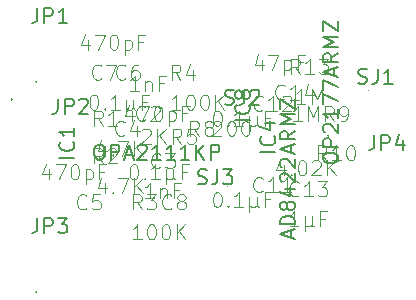
<source format=gbr>
G04 (created by PCBNEW (2013-jul-07)-stable) date Mon 28 Dec 2015 12:37:34 PM PST*
%MOIN*%
G04 Gerber Fmt 3.4, Leading zero omitted, Abs format*
%FSLAX34Y34*%
G01*
G70*
G90*
G04 APERTURE LIST*
%ADD10C,0.00393701*%
%ADD11C,0.004*%
%ADD12C,0.005*%
%ADD13C,3.93701e-08*%
G04 APERTURE END LIST*
G54D10*
G54D11*
X56690Y-39580D02*
X56666Y-39604D01*
X56595Y-39628D01*
X56547Y-39628D01*
X56476Y-39604D01*
X56428Y-39556D01*
X56404Y-39509D01*
X56381Y-39414D01*
X56381Y-39342D01*
X56404Y-39247D01*
X56428Y-39199D01*
X56476Y-39152D01*
X56547Y-39128D01*
X56595Y-39128D01*
X56666Y-39152D01*
X56690Y-39176D01*
X56881Y-39176D02*
X56904Y-39152D01*
X56952Y-39128D01*
X57071Y-39128D01*
X57119Y-39152D01*
X57143Y-39176D01*
X57166Y-39223D01*
X57166Y-39271D01*
X57143Y-39342D01*
X56857Y-39628D01*
X57166Y-39628D01*
X56476Y-38628D02*
X56190Y-38628D01*
X56333Y-38628D02*
X56333Y-38128D01*
X56285Y-38199D01*
X56238Y-38247D01*
X56190Y-38271D01*
X56690Y-38295D02*
X56690Y-38628D01*
X56690Y-38342D02*
X56714Y-38318D01*
X56762Y-38295D01*
X56833Y-38295D01*
X56881Y-38318D01*
X56904Y-38366D01*
X56904Y-38628D01*
X57309Y-38366D02*
X57143Y-38366D01*
X57143Y-38628D02*
X57143Y-38128D01*
X57381Y-38128D01*
X57190Y-41155D02*
X57166Y-41179D01*
X57095Y-41203D01*
X57047Y-41203D01*
X56976Y-41179D01*
X56928Y-41131D01*
X56904Y-41084D01*
X56881Y-40989D01*
X56881Y-40917D01*
X56904Y-40822D01*
X56928Y-40774D01*
X56976Y-40727D01*
X57047Y-40703D01*
X57095Y-40703D01*
X57166Y-40727D01*
X57190Y-40751D01*
X57357Y-40703D02*
X57666Y-40703D01*
X57500Y-40893D01*
X57571Y-40893D01*
X57619Y-40917D01*
X57643Y-40941D01*
X57666Y-40989D01*
X57666Y-41108D01*
X57643Y-41155D01*
X57619Y-41179D01*
X57571Y-41203D01*
X57428Y-41203D01*
X57381Y-41179D01*
X57357Y-41155D01*
X56976Y-42203D02*
X56690Y-42203D01*
X56833Y-42203D02*
X56833Y-41703D01*
X56785Y-41774D01*
X56738Y-41822D01*
X56690Y-41846D01*
X57190Y-41870D02*
X57190Y-42203D01*
X57190Y-41917D02*
X57214Y-41893D01*
X57262Y-41870D01*
X57333Y-41870D01*
X57381Y-41893D01*
X57404Y-41941D01*
X57404Y-42203D01*
X57809Y-41941D02*
X57643Y-41941D01*
X57643Y-42203D02*
X57643Y-41703D01*
X57881Y-41703D01*
X55261Y-39786D02*
X55095Y-39548D01*
X54975Y-39786D02*
X54975Y-39286D01*
X55166Y-39286D01*
X55214Y-39310D01*
X55237Y-39334D01*
X55261Y-39381D01*
X55261Y-39453D01*
X55237Y-39500D01*
X55214Y-39524D01*
X55166Y-39548D01*
X54975Y-39548D01*
X55737Y-39786D02*
X55452Y-39786D01*
X55595Y-39786D02*
X55595Y-39286D01*
X55547Y-39357D01*
X55499Y-39405D01*
X55452Y-39429D01*
X55333Y-40453D02*
X55333Y-40786D01*
X55214Y-40262D02*
X55095Y-40619D01*
X55404Y-40619D01*
X55595Y-40738D02*
X55618Y-40762D01*
X55595Y-40786D01*
X55571Y-40762D01*
X55595Y-40738D01*
X55595Y-40786D01*
X55785Y-40286D02*
X56118Y-40286D01*
X55904Y-40786D01*
X56309Y-40786D02*
X56309Y-40286D01*
X56595Y-40786D02*
X56380Y-40500D01*
X56595Y-40286D02*
X56309Y-40572D01*
X55261Y-41046D02*
X55095Y-40808D01*
X54975Y-41046D02*
X54975Y-40546D01*
X55166Y-40546D01*
X55214Y-40570D01*
X55237Y-40594D01*
X55261Y-40641D01*
X55261Y-40713D01*
X55237Y-40760D01*
X55214Y-40784D01*
X55166Y-40808D01*
X54975Y-40808D01*
X55452Y-40594D02*
X55475Y-40570D01*
X55523Y-40546D01*
X55642Y-40546D01*
X55690Y-40570D01*
X55714Y-40594D01*
X55737Y-40641D01*
X55737Y-40689D01*
X55714Y-40760D01*
X55428Y-41046D01*
X55737Y-41046D01*
X55333Y-41713D02*
X55333Y-42046D01*
X55214Y-41522D02*
X55095Y-41879D01*
X55404Y-41879D01*
X55595Y-41998D02*
X55618Y-42022D01*
X55595Y-42046D01*
X55571Y-42022D01*
X55595Y-41998D01*
X55595Y-42046D01*
X55785Y-41546D02*
X56118Y-41546D01*
X55904Y-42046D01*
X56309Y-42046D02*
X56309Y-41546D01*
X56595Y-42046D02*
X56380Y-41760D01*
X56595Y-41546D02*
X56309Y-41832D01*
X55995Y-40078D02*
X55971Y-40102D01*
X55900Y-40126D01*
X55852Y-40126D01*
X55781Y-40102D01*
X55733Y-40054D01*
X55709Y-40007D01*
X55686Y-39912D01*
X55686Y-39840D01*
X55709Y-39745D01*
X55733Y-39697D01*
X55781Y-39650D01*
X55852Y-39626D01*
X55900Y-39626D01*
X55971Y-39650D01*
X55995Y-39674D01*
X56424Y-39793D02*
X56424Y-40126D01*
X56305Y-39602D02*
X56186Y-39959D01*
X56495Y-39959D01*
X56257Y-39293D02*
X56257Y-39626D01*
X56138Y-39102D02*
X56019Y-39459D01*
X56329Y-39459D01*
X56471Y-39126D02*
X56805Y-39126D01*
X56590Y-39626D01*
X57090Y-39126D02*
X57138Y-39126D01*
X57186Y-39150D01*
X57209Y-39174D01*
X57233Y-39221D01*
X57257Y-39316D01*
X57257Y-39435D01*
X57233Y-39531D01*
X57209Y-39578D01*
X57186Y-39602D01*
X57138Y-39626D01*
X57090Y-39626D01*
X57043Y-39602D01*
X57019Y-39578D01*
X56995Y-39531D01*
X56971Y-39435D01*
X56971Y-39316D01*
X56995Y-39221D01*
X57019Y-39174D01*
X57043Y-39150D01*
X57090Y-39126D01*
X57471Y-39293D02*
X57471Y-39793D01*
X57471Y-39316D02*
X57519Y-39293D01*
X57614Y-39293D01*
X57662Y-39316D01*
X57686Y-39340D01*
X57709Y-39388D01*
X57709Y-39531D01*
X57686Y-39578D01*
X57662Y-39602D01*
X57614Y-39626D01*
X57519Y-39626D01*
X57471Y-39602D01*
X58090Y-39364D02*
X57924Y-39364D01*
X57924Y-39626D02*
X57924Y-39126D01*
X58162Y-39126D01*
X56560Y-42581D02*
X56394Y-42343D01*
X56274Y-42581D02*
X56274Y-42081D01*
X56465Y-42081D01*
X56513Y-42105D01*
X56536Y-42129D01*
X56560Y-42176D01*
X56560Y-42248D01*
X56536Y-42295D01*
X56513Y-42319D01*
X56465Y-42343D01*
X56274Y-42343D01*
X56727Y-42081D02*
X57036Y-42081D01*
X56870Y-42271D01*
X56941Y-42271D01*
X56989Y-42295D01*
X57013Y-42319D01*
X57036Y-42367D01*
X57036Y-42486D01*
X57013Y-42533D01*
X56989Y-42557D01*
X56941Y-42581D01*
X56798Y-42581D01*
X56751Y-42557D01*
X56727Y-42533D01*
X56560Y-43581D02*
X56274Y-43581D01*
X56417Y-43581D02*
X56417Y-43081D01*
X56370Y-43152D01*
X56322Y-43200D01*
X56274Y-43224D01*
X56870Y-43081D02*
X56917Y-43081D01*
X56965Y-43105D01*
X56989Y-43129D01*
X57013Y-43176D01*
X57036Y-43271D01*
X57036Y-43390D01*
X57013Y-43486D01*
X56989Y-43533D01*
X56965Y-43557D01*
X56917Y-43581D01*
X56870Y-43581D01*
X56822Y-43557D01*
X56798Y-43533D01*
X56774Y-43486D01*
X56751Y-43390D01*
X56751Y-43271D01*
X56774Y-43176D01*
X56798Y-43129D01*
X56822Y-43105D01*
X56870Y-43081D01*
X57346Y-43081D02*
X57394Y-43081D01*
X57441Y-43105D01*
X57465Y-43129D01*
X57489Y-43176D01*
X57513Y-43271D01*
X57513Y-43390D01*
X57489Y-43486D01*
X57465Y-43533D01*
X57441Y-43557D01*
X57394Y-43581D01*
X57346Y-43581D01*
X57298Y-43557D01*
X57274Y-43533D01*
X57251Y-43486D01*
X57227Y-43390D01*
X57227Y-43271D01*
X57251Y-43176D01*
X57274Y-43129D01*
X57298Y-43105D01*
X57346Y-43081D01*
X57727Y-43581D02*
X57727Y-43081D01*
X58013Y-43581D02*
X57798Y-43295D01*
X58013Y-43081D02*
X57727Y-43367D01*
X57859Y-38250D02*
X57693Y-38012D01*
X57573Y-38250D02*
X57573Y-37750D01*
X57764Y-37750D01*
X57812Y-37774D01*
X57835Y-37798D01*
X57859Y-37845D01*
X57859Y-37917D01*
X57835Y-37964D01*
X57812Y-37988D01*
X57764Y-38012D01*
X57573Y-38012D01*
X58288Y-37917D02*
X58288Y-38250D01*
X58169Y-37726D02*
X58050Y-38083D01*
X58359Y-38083D01*
X57859Y-39250D02*
X57573Y-39250D01*
X57716Y-39250D02*
X57716Y-38750D01*
X57669Y-38821D01*
X57621Y-38869D01*
X57573Y-38893D01*
X58169Y-38750D02*
X58216Y-38750D01*
X58264Y-38774D01*
X58288Y-38798D01*
X58312Y-38845D01*
X58335Y-38940D01*
X58335Y-39059D01*
X58312Y-39155D01*
X58288Y-39202D01*
X58264Y-39226D01*
X58216Y-39250D01*
X58169Y-39250D01*
X58121Y-39226D01*
X58097Y-39202D01*
X58073Y-39155D01*
X58050Y-39059D01*
X58050Y-38940D01*
X58073Y-38845D01*
X58097Y-38798D01*
X58121Y-38774D01*
X58169Y-38750D01*
X58645Y-38750D02*
X58693Y-38750D01*
X58740Y-38774D01*
X58764Y-38798D01*
X58788Y-38845D01*
X58812Y-38940D01*
X58812Y-39059D01*
X58788Y-39155D01*
X58764Y-39202D01*
X58740Y-39226D01*
X58693Y-39250D01*
X58645Y-39250D01*
X58597Y-39226D01*
X58573Y-39202D01*
X58550Y-39155D01*
X58526Y-39059D01*
X58526Y-38940D01*
X58550Y-38845D01*
X58573Y-38798D01*
X58597Y-38774D01*
X58645Y-38750D01*
X59026Y-39250D02*
X59026Y-38750D01*
X59312Y-39250D02*
X59097Y-38964D01*
X59312Y-38750D02*
X59026Y-39036D01*
X57885Y-40390D02*
X57719Y-40152D01*
X57599Y-40390D02*
X57599Y-39890D01*
X57790Y-39890D01*
X57838Y-39914D01*
X57861Y-39938D01*
X57885Y-39985D01*
X57885Y-40057D01*
X57861Y-40104D01*
X57838Y-40128D01*
X57790Y-40152D01*
X57599Y-40152D01*
X58338Y-39890D02*
X58099Y-39890D01*
X58076Y-40128D01*
X58099Y-40104D01*
X58147Y-40080D01*
X58266Y-40080D01*
X58314Y-40104D01*
X58338Y-40128D01*
X58361Y-40176D01*
X58361Y-40295D01*
X58338Y-40342D01*
X58314Y-40366D01*
X58266Y-40390D01*
X58147Y-40390D01*
X58099Y-40366D01*
X58076Y-40342D01*
X56576Y-39938D02*
X56599Y-39914D01*
X56647Y-39890D01*
X56766Y-39890D01*
X56814Y-39914D01*
X56838Y-39938D01*
X56861Y-39985D01*
X56861Y-40033D01*
X56838Y-40104D01*
X56552Y-40390D01*
X56861Y-40390D01*
X57076Y-40390D02*
X57076Y-39890D01*
X57361Y-40390D02*
X57147Y-40104D01*
X57361Y-39890D02*
X57076Y-40176D01*
X54721Y-42533D02*
X54697Y-42557D01*
X54626Y-42581D01*
X54578Y-42581D01*
X54507Y-42557D01*
X54459Y-42509D01*
X54435Y-42462D01*
X54412Y-42367D01*
X54412Y-42295D01*
X54435Y-42200D01*
X54459Y-42152D01*
X54507Y-42105D01*
X54578Y-42081D01*
X54626Y-42081D01*
X54697Y-42105D01*
X54721Y-42129D01*
X55174Y-42081D02*
X54935Y-42081D01*
X54912Y-42319D01*
X54935Y-42295D01*
X54983Y-42271D01*
X55102Y-42271D01*
X55150Y-42295D01*
X55174Y-42319D01*
X55197Y-42367D01*
X55197Y-42486D01*
X55174Y-42533D01*
X55150Y-42557D01*
X55102Y-42581D01*
X54983Y-42581D01*
X54935Y-42557D01*
X54912Y-42533D01*
X53483Y-41248D02*
X53483Y-41581D01*
X53364Y-41057D02*
X53245Y-41414D01*
X53555Y-41414D01*
X53697Y-41081D02*
X54031Y-41081D01*
X53816Y-41581D01*
X54316Y-41081D02*
X54364Y-41081D01*
X54412Y-41105D01*
X54435Y-41129D01*
X54459Y-41176D01*
X54483Y-41271D01*
X54483Y-41390D01*
X54459Y-41486D01*
X54435Y-41533D01*
X54412Y-41557D01*
X54364Y-41581D01*
X54316Y-41581D01*
X54269Y-41557D01*
X54245Y-41533D01*
X54221Y-41486D01*
X54197Y-41390D01*
X54197Y-41271D01*
X54221Y-41176D01*
X54245Y-41129D01*
X54269Y-41105D01*
X54316Y-41081D01*
X54697Y-41248D02*
X54697Y-41748D01*
X54697Y-41271D02*
X54745Y-41248D01*
X54840Y-41248D01*
X54888Y-41271D01*
X54912Y-41295D01*
X54935Y-41343D01*
X54935Y-41486D01*
X54912Y-41533D01*
X54888Y-41557D01*
X54840Y-41581D01*
X54745Y-41581D01*
X54697Y-41557D01*
X55316Y-41319D02*
X55150Y-41319D01*
X55150Y-41581D02*
X55150Y-41081D01*
X55388Y-41081D01*
X56021Y-38202D02*
X55997Y-38226D01*
X55926Y-38250D01*
X55878Y-38250D01*
X55807Y-38226D01*
X55759Y-38178D01*
X55735Y-38131D01*
X55712Y-38036D01*
X55712Y-37964D01*
X55735Y-37869D01*
X55759Y-37821D01*
X55807Y-37774D01*
X55878Y-37750D01*
X55926Y-37750D01*
X55997Y-37774D01*
X56021Y-37798D01*
X56450Y-37750D02*
X56355Y-37750D01*
X56307Y-37774D01*
X56283Y-37798D01*
X56235Y-37869D01*
X56212Y-37964D01*
X56212Y-38155D01*
X56235Y-38202D01*
X56259Y-38226D01*
X56307Y-38250D01*
X56402Y-38250D01*
X56450Y-38226D01*
X56474Y-38202D01*
X56497Y-38155D01*
X56497Y-38036D01*
X56474Y-37988D01*
X56450Y-37964D01*
X56402Y-37940D01*
X56307Y-37940D01*
X56259Y-37964D01*
X56235Y-37988D01*
X56212Y-38036D01*
X54783Y-36917D02*
X54783Y-37250D01*
X54664Y-36726D02*
X54545Y-37083D01*
X54855Y-37083D01*
X54997Y-36750D02*
X55331Y-36750D01*
X55116Y-37250D01*
X55616Y-36750D02*
X55664Y-36750D01*
X55712Y-36774D01*
X55735Y-36798D01*
X55759Y-36845D01*
X55783Y-36940D01*
X55783Y-37059D01*
X55759Y-37155D01*
X55735Y-37202D01*
X55712Y-37226D01*
X55664Y-37250D01*
X55616Y-37250D01*
X55569Y-37226D01*
X55545Y-37202D01*
X55521Y-37155D01*
X55497Y-37059D01*
X55497Y-36940D01*
X55521Y-36845D01*
X55545Y-36798D01*
X55569Y-36774D01*
X55616Y-36750D01*
X55997Y-36917D02*
X55997Y-37417D01*
X55997Y-36940D02*
X56045Y-36917D01*
X56140Y-36917D01*
X56188Y-36940D01*
X56212Y-36964D01*
X56235Y-37012D01*
X56235Y-37155D01*
X56212Y-37202D01*
X56188Y-37226D01*
X56140Y-37250D01*
X56045Y-37250D01*
X55997Y-37226D01*
X56616Y-36988D02*
X56450Y-36988D01*
X56450Y-37250D02*
X56450Y-36750D01*
X56688Y-36750D01*
G54D12*
X54325Y-40852D02*
X53825Y-40852D01*
X54277Y-40328D02*
X54301Y-40352D01*
X54325Y-40423D01*
X54325Y-40471D01*
X54301Y-40542D01*
X54253Y-40590D01*
X54206Y-40614D01*
X54111Y-40637D01*
X54039Y-40637D01*
X53944Y-40614D01*
X53896Y-40590D01*
X53849Y-40542D01*
X53825Y-40471D01*
X53825Y-40423D01*
X53849Y-40352D01*
X53873Y-40328D01*
X54325Y-39852D02*
X54325Y-40137D01*
X54325Y-39994D02*
X53825Y-39994D01*
X53896Y-40042D01*
X53944Y-40090D01*
X53968Y-40137D01*
X55108Y-40416D02*
X55203Y-40416D01*
X55251Y-40440D01*
X55299Y-40487D01*
X55323Y-40583D01*
X55323Y-40749D01*
X55299Y-40844D01*
X55251Y-40892D01*
X55203Y-40916D01*
X55108Y-40916D01*
X55061Y-40892D01*
X55013Y-40844D01*
X54989Y-40749D01*
X54989Y-40583D01*
X55013Y-40487D01*
X55061Y-40440D01*
X55108Y-40416D01*
X55537Y-40916D02*
X55537Y-40416D01*
X55727Y-40416D01*
X55775Y-40440D01*
X55799Y-40464D01*
X55823Y-40511D01*
X55823Y-40583D01*
X55799Y-40630D01*
X55775Y-40654D01*
X55727Y-40678D01*
X55537Y-40678D01*
X56013Y-40773D02*
X56251Y-40773D01*
X55965Y-40916D02*
X56132Y-40416D01*
X56299Y-40916D01*
X56442Y-40464D02*
X56465Y-40440D01*
X56513Y-40416D01*
X56632Y-40416D01*
X56680Y-40440D01*
X56703Y-40464D01*
X56727Y-40511D01*
X56727Y-40559D01*
X56703Y-40630D01*
X56418Y-40916D01*
X56727Y-40916D01*
X57203Y-40916D02*
X56918Y-40916D01*
X57061Y-40916D02*
X57061Y-40416D01*
X57013Y-40487D01*
X56965Y-40535D01*
X56918Y-40559D01*
X57680Y-40916D02*
X57394Y-40916D01*
X57537Y-40916D02*
X57537Y-40416D01*
X57489Y-40487D01*
X57442Y-40535D01*
X57394Y-40559D01*
X58156Y-40916D02*
X57870Y-40916D01*
X58013Y-40916D02*
X58013Y-40416D01*
X57965Y-40487D01*
X57918Y-40535D01*
X57870Y-40559D01*
X58370Y-40916D02*
X58370Y-40416D01*
X58656Y-40916D02*
X58442Y-40630D01*
X58656Y-40416D02*
X58370Y-40702D01*
X58870Y-40916D02*
X58870Y-40416D01*
X59061Y-40416D01*
X59108Y-40440D01*
X59132Y-40464D01*
X59156Y-40511D01*
X59156Y-40583D01*
X59132Y-40630D01*
X59108Y-40654D01*
X59061Y-40678D01*
X58870Y-40678D01*
G54D11*
X55221Y-38202D02*
X55197Y-38226D01*
X55126Y-38250D01*
X55078Y-38250D01*
X55007Y-38226D01*
X54959Y-38178D01*
X54935Y-38131D01*
X54912Y-38036D01*
X54912Y-37964D01*
X54935Y-37869D01*
X54959Y-37821D01*
X55007Y-37774D01*
X55078Y-37750D01*
X55126Y-37750D01*
X55197Y-37774D01*
X55221Y-37798D01*
X55388Y-37750D02*
X55721Y-37750D01*
X55507Y-38250D01*
X54947Y-38750D02*
X54995Y-38750D01*
X55043Y-38774D01*
X55066Y-38798D01*
X55090Y-38845D01*
X55114Y-38940D01*
X55114Y-39059D01*
X55090Y-39155D01*
X55066Y-39202D01*
X55043Y-39226D01*
X54995Y-39250D01*
X54947Y-39250D01*
X54900Y-39226D01*
X54876Y-39202D01*
X54852Y-39155D01*
X54828Y-39059D01*
X54828Y-38940D01*
X54852Y-38845D01*
X54876Y-38798D01*
X54900Y-38774D01*
X54947Y-38750D01*
X55328Y-39202D02*
X55352Y-39226D01*
X55328Y-39250D01*
X55305Y-39226D01*
X55328Y-39202D01*
X55328Y-39250D01*
X55828Y-39250D02*
X55543Y-39250D01*
X55685Y-39250D02*
X55685Y-38750D01*
X55638Y-38821D01*
X55590Y-38869D01*
X55543Y-38893D01*
X56043Y-38917D02*
X56043Y-39417D01*
X56281Y-39178D02*
X56305Y-39226D01*
X56352Y-39250D01*
X56043Y-39178D02*
X56066Y-39226D01*
X56114Y-39250D01*
X56209Y-39250D01*
X56257Y-39226D01*
X56281Y-39178D01*
X56281Y-38917D01*
X56733Y-38988D02*
X56566Y-38988D01*
X56566Y-39250D02*
X56566Y-38750D01*
X56805Y-38750D01*
X57556Y-42533D02*
X57532Y-42557D01*
X57461Y-42581D01*
X57413Y-42581D01*
X57342Y-42557D01*
X57294Y-42509D01*
X57270Y-42462D01*
X57247Y-42367D01*
X57247Y-42295D01*
X57270Y-42200D01*
X57294Y-42152D01*
X57342Y-42105D01*
X57413Y-42081D01*
X57461Y-42081D01*
X57532Y-42105D01*
X57556Y-42129D01*
X57842Y-42295D02*
X57794Y-42271D01*
X57770Y-42248D01*
X57747Y-42200D01*
X57747Y-42176D01*
X57770Y-42129D01*
X57794Y-42105D01*
X57842Y-42081D01*
X57937Y-42081D01*
X57985Y-42105D01*
X58009Y-42129D01*
X58032Y-42176D01*
X58032Y-42200D01*
X58009Y-42248D01*
X57985Y-42271D01*
X57937Y-42295D01*
X57842Y-42295D01*
X57794Y-42319D01*
X57770Y-42343D01*
X57747Y-42390D01*
X57747Y-42486D01*
X57770Y-42533D01*
X57794Y-42557D01*
X57842Y-42581D01*
X57937Y-42581D01*
X57985Y-42557D01*
X58009Y-42533D01*
X58032Y-42486D01*
X58032Y-42390D01*
X58009Y-42343D01*
X57985Y-42319D01*
X57937Y-42295D01*
X56282Y-41081D02*
X56330Y-41081D01*
X56378Y-41105D01*
X56401Y-41129D01*
X56425Y-41176D01*
X56449Y-41271D01*
X56449Y-41390D01*
X56425Y-41486D01*
X56401Y-41533D01*
X56378Y-41557D01*
X56330Y-41581D01*
X56282Y-41581D01*
X56235Y-41557D01*
X56211Y-41533D01*
X56187Y-41486D01*
X56163Y-41390D01*
X56163Y-41271D01*
X56187Y-41176D01*
X56211Y-41129D01*
X56235Y-41105D01*
X56282Y-41081D01*
X56663Y-41533D02*
X56687Y-41557D01*
X56663Y-41581D01*
X56640Y-41557D01*
X56663Y-41533D01*
X56663Y-41581D01*
X57163Y-41581D02*
X56878Y-41581D01*
X57020Y-41581D02*
X57020Y-41081D01*
X56973Y-41152D01*
X56925Y-41200D01*
X56878Y-41224D01*
X57378Y-41248D02*
X57378Y-41748D01*
X57616Y-41509D02*
X57640Y-41557D01*
X57687Y-41581D01*
X57378Y-41509D02*
X57401Y-41557D01*
X57449Y-41581D01*
X57544Y-41581D01*
X57592Y-41557D01*
X57616Y-41509D01*
X57616Y-41248D01*
X58068Y-41319D02*
X57901Y-41319D01*
X57901Y-41581D02*
X57901Y-41081D01*
X58140Y-41081D01*
X58475Y-40126D02*
X58309Y-39888D01*
X58189Y-40126D02*
X58189Y-39626D01*
X58380Y-39626D01*
X58428Y-39650D01*
X58451Y-39674D01*
X58475Y-39721D01*
X58475Y-39793D01*
X58451Y-39840D01*
X58428Y-39864D01*
X58380Y-39888D01*
X58189Y-39888D01*
X58761Y-39840D02*
X58713Y-39816D01*
X58689Y-39793D01*
X58666Y-39745D01*
X58666Y-39721D01*
X58689Y-39674D01*
X58713Y-39650D01*
X58761Y-39626D01*
X58856Y-39626D01*
X58904Y-39650D01*
X58928Y-39674D01*
X58951Y-39721D01*
X58951Y-39745D01*
X58928Y-39793D01*
X58904Y-39816D01*
X58856Y-39840D01*
X58761Y-39840D01*
X58713Y-39864D01*
X58689Y-39888D01*
X58666Y-39935D01*
X58666Y-40031D01*
X58689Y-40078D01*
X58713Y-40102D01*
X58761Y-40126D01*
X58856Y-40126D01*
X58904Y-40102D01*
X58928Y-40078D01*
X58951Y-40031D01*
X58951Y-39935D01*
X58928Y-39888D01*
X58904Y-39864D01*
X58856Y-39840D01*
X58939Y-39674D02*
X58963Y-39650D01*
X59011Y-39626D01*
X59130Y-39626D01*
X59178Y-39650D01*
X59201Y-39674D01*
X59225Y-39721D01*
X59225Y-39769D01*
X59201Y-39840D01*
X58916Y-40126D01*
X59225Y-40126D01*
X59535Y-39626D02*
X59582Y-39626D01*
X59630Y-39650D01*
X59654Y-39674D01*
X59678Y-39721D01*
X59701Y-39816D01*
X59701Y-39935D01*
X59678Y-40031D01*
X59654Y-40078D01*
X59630Y-40102D01*
X59582Y-40126D01*
X59535Y-40126D01*
X59487Y-40102D01*
X59463Y-40078D01*
X59439Y-40031D01*
X59416Y-39935D01*
X59416Y-39816D01*
X59439Y-39721D01*
X59463Y-39674D01*
X59487Y-39650D01*
X59535Y-39626D01*
X60011Y-39626D02*
X60059Y-39626D01*
X60106Y-39650D01*
X60130Y-39674D01*
X60154Y-39721D01*
X60178Y-39816D01*
X60178Y-39935D01*
X60154Y-40031D01*
X60130Y-40078D01*
X60106Y-40102D01*
X60059Y-40126D01*
X60011Y-40126D01*
X59963Y-40102D01*
X59939Y-40078D01*
X59916Y-40031D01*
X59892Y-39935D01*
X59892Y-39816D01*
X59916Y-39721D01*
X59939Y-39674D01*
X59963Y-39650D01*
X60011Y-39626D01*
X60599Y-41956D02*
X60575Y-41980D01*
X60504Y-42004D01*
X60456Y-42004D01*
X60385Y-41980D01*
X60337Y-41932D01*
X60313Y-41885D01*
X60290Y-41790D01*
X60290Y-41718D01*
X60313Y-41623D01*
X60337Y-41575D01*
X60385Y-41528D01*
X60456Y-41504D01*
X60504Y-41504D01*
X60575Y-41528D01*
X60599Y-41552D01*
X61075Y-42004D02*
X60790Y-42004D01*
X60932Y-42004D02*
X60932Y-41504D01*
X60885Y-41575D01*
X60837Y-41623D01*
X60790Y-41647D01*
X61551Y-42004D02*
X61266Y-42004D01*
X61409Y-42004D02*
X61409Y-41504D01*
X61361Y-41575D01*
X61313Y-41623D01*
X61266Y-41647D01*
X59063Y-42004D02*
X59111Y-42004D01*
X59159Y-42028D01*
X59182Y-42052D01*
X59206Y-42099D01*
X59230Y-42194D01*
X59230Y-42313D01*
X59206Y-42409D01*
X59182Y-42456D01*
X59159Y-42480D01*
X59111Y-42504D01*
X59063Y-42504D01*
X59016Y-42480D01*
X58992Y-42456D01*
X58968Y-42409D01*
X58944Y-42313D01*
X58944Y-42194D01*
X58968Y-42099D01*
X58992Y-42052D01*
X59016Y-42028D01*
X59063Y-42004D01*
X59444Y-42456D02*
X59468Y-42480D01*
X59444Y-42504D01*
X59421Y-42480D01*
X59444Y-42456D01*
X59444Y-42504D01*
X59944Y-42504D02*
X59659Y-42504D01*
X59801Y-42504D02*
X59801Y-42004D01*
X59754Y-42075D01*
X59706Y-42123D01*
X59659Y-42147D01*
X60159Y-42171D02*
X60159Y-42671D01*
X60397Y-42432D02*
X60421Y-42480D01*
X60468Y-42504D01*
X60159Y-42432D02*
X60182Y-42480D01*
X60230Y-42504D01*
X60325Y-42504D01*
X60373Y-42480D01*
X60397Y-42432D01*
X60397Y-42171D01*
X60849Y-42242D02*
X60682Y-42242D01*
X60682Y-42504D02*
X60682Y-42004D01*
X60921Y-42004D01*
G54D12*
X60179Y-39612D02*
X59679Y-39612D01*
X60131Y-39088D02*
X60155Y-39112D01*
X60179Y-39183D01*
X60179Y-39231D01*
X60155Y-39302D01*
X60107Y-39350D01*
X60060Y-39374D01*
X59965Y-39397D01*
X59893Y-39397D01*
X59798Y-39374D01*
X59750Y-39350D01*
X59703Y-39302D01*
X59679Y-39231D01*
X59679Y-39183D01*
X59703Y-39112D01*
X59727Y-39088D01*
X59893Y-38802D02*
X59869Y-38850D01*
X59846Y-38874D01*
X59798Y-38897D01*
X59774Y-38897D01*
X59727Y-38874D01*
X59703Y-38850D01*
X59679Y-38802D01*
X59679Y-38707D01*
X59703Y-38659D01*
X59727Y-38635D01*
X59774Y-38612D01*
X59798Y-38612D01*
X59846Y-38635D01*
X59869Y-38659D01*
X59893Y-38707D01*
X59893Y-38802D01*
X59917Y-38850D01*
X59941Y-38874D01*
X59988Y-38897D01*
X60084Y-38897D01*
X60131Y-38874D01*
X60155Y-38850D01*
X60179Y-38802D01*
X60179Y-38707D01*
X60155Y-38659D01*
X60131Y-38635D01*
X60084Y-38612D01*
X59988Y-38612D01*
X59941Y-38635D01*
X59917Y-38659D01*
X59893Y-38707D01*
X61536Y-43533D02*
X61536Y-43295D01*
X61679Y-43581D02*
X61179Y-43414D01*
X61679Y-43247D01*
X61679Y-43081D02*
X61179Y-43081D01*
X61179Y-42962D01*
X61203Y-42890D01*
X61250Y-42843D01*
X61298Y-42819D01*
X61393Y-42795D01*
X61465Y-42795D01*
X61560Y-42819D01*
X61607Y-42843D01*
X61655Y-42890D01*
X61679Y-42962D01*
X61679Y-43081D01*
X61393Y-42509D02*
X61369Y-42557D01*
X61346Y-42581D01*
X61298Y-42604D01*
X61274Y-42604D01*
X61227Y-42581D01*
X61203Y-42557D01*
X61179Y-42509D01*
X61179Y-42414D01*
X61203Y-42366D01*
X61227Y-42343D01*
X61274Y-42319D01*
X61298Y-42319D01*
X61346Y-42343D01*
X61369Y-42366D01*
X61393Y-42414D01*
X61393Y-42509D01*
X61417Y-42557D01*
X61441Y-42581D01*
X61488Y-42604D01*
X61584Y-42604D01*
X61631Y-42581D01*
X61655Y-42557D01*
X61679Y-42509D01*
X61679Y-42414D01*
X61655Y-42366D01*
X61631Y-42343D01*
X61584Y-42319D01*
X61488Y-42319D01*
X61441Y-42343D01*
X61417Y-42366D01*
X61393Y-42414D01*
X61346Y-41890D02*
X61679Y-41890D01*
X61155Y-42009D02*
X61512Y-42128D01*
X61512Y-41819D01*
X61227Y-41652D02*
X61203Y-41628D01*
X61179Y-41581D01*
X61179Y-41462D01*
X61203Y-41414D01*
X61227Y-41390D01*
X61274Y-41366D01*
X61322Y-41366D01*
X61393Y-41390D01*
X61679Y-41676D01*
X61679Y-41366D01*
X61227Y-41176D02*
X61203Y-41152D01*
X61179Y-41104D01*
X61179Y-40985D01*
X61203Y-40938D01*
X61227Y-40914D01*
X61274Y-40890D01*
X61322Y-40890D01*
X61393Y-40914D01*
X61679Y-41200D01*
X61679Y-40890D01*
X61536Y-40700D02*
X61536Y-40462D01*
X61679Y-40747D02*
X61179Y-40581D01*
X61679Y-40414D01*
X61679Y-39962D02*
X61441Y-40128D01*
X61679Y-40247D02*
X61179Y-40247D01*
X61179Y-40057D01*
X61203Y-40009D01*
X61227Y-39985D01*
X61274Y-39962D01*
X61346Y-39962D01*
X61393Y-39985D01*
X61417Y-40009D01*
X61441Y-40057D01*
X61441Y-40247D01*
X61679Y-39747D02*
X61179Y-39747D01*
X61536Y-39581D01*
X61179Y-39414D01*
X61679Y-39414D01*
X61179Y-39223D02*
X61179Y-38890D01*
X61679Y-39223D01*
X61679Y-38890D01*
G54D11*
X60599Y-39240D02*
X60575Y-39264D01*
X60504Y-39288D01*
X60456Y-39288D01*
X60385Y-39264D01*
X60337Y-39216D01*
X60313Y-39169D01*
X60290Y-39074D01*
X60290Y-39002D01*
X60313Y-38907D01*
X60337Y-38859D01*
X60385Y-38812D01*
X60456Y-38788D01*
X60504Y-38788D01*
X60575Y-38812D01*
X60599Y-38836D01*
X61075Y-39288D02*
X60790Y-39288D01*
X60932Y-39288D02*
X60932Y-38788D01*
X60885Y-38859D01*
X60837Y-38907D01*
X60790Y-38931D01*
X61266Y-38836D02*
X61290Y-38812D01*
X61337Y-38788D01*
X61456Y-38788D01*
X61504Y-38812D01*
X61528Y-38836D01*
X61551Y-38883D01*
X61551Y-38931D01*
X61528Y-39002D01*
X61242Y-39288D01*
X61551Y-39288D01*
X59063Y-39288D02*
X59111Y-39288D01*
X59159Y-39312D01*
X59182Y-39336D01*
X59206Y-39383D01*
X59230Y-39478D01*
X59230Y-39597D01*
X59206Y-39693D01*
X59182Y-39740D01*
X59159Y-39764D01*
X59111Y-39788D01*
X59063Y-39788D01*
X59016Y-39764D01*
X58992Y-39740D01*
X58968Y-39693D01*
X58944Y-39597D01*
X58944Y-39478D01*
X58968Y-39383D01*
X58992Y-39336D01*
X59016Y-39312D01*
X59063Y-39288D01*
X59444Y-39740D02*
X59468Y-39764D01*
X59444Y-39788D01*
X59421Y-39764D01*
X59444Y-39740D01*
X59444Y-39788D01*
X59944Y-39788D02*
X59659Y-39788D01*
X59801Y-39788D02*
X59801Y-39288D01*
X59754Y-39359D01*
X59706Y-39407D01*
X59659Y-39431D01*
X60159Y-39455D02*
X60159Y-39955D01*
X60397Y-39716D02*
X60421Y-39764D01*
X60468Y-39788D01*
X60159Y-39716D02*
X60182Y-39764D01*
X60230Y-39788D01*
X60325Y-39788D01*
X60373Y-39764D01*
X60397Y-39716D01*
X60397Y-39455D01*
X60849Y-39526D02*
X60682Y-39526D01*
X60682Y-39788D02*
X60682Y-39288D01*
X60921Y-39288D01*
X61794Y-42100D02*
X61770Y-42124D01*
X61699Y-42148D01*
X61651Y-42148D01*
X61580Y-42124D01*
X61532Y-42076D01*
X61508Y-42029D01*
X61485Y-41934D01*
X61485Y-41862D01*
X61508Y-41767D01*
X61532Y-41719D01*
X61580Y-41672D01*
X61651Y-41648D01*
X61699Y-41648D01*
X61770Y-41672D01*
X61794Y-41696D01*
X62270Y-42148D02*
X61985Y-42148D01*
X62127Y-42148D02*
X62127Y-41648D01*
X62080Y-41719D01*
X62032Y-41767D01*
X61985Y-41791D01*
X62437Y-41648D02*
X62746Y-41648D01*
X62580Y-41838D01*
X62651Y-41838D01*
X62699Y-41862D01*
X62723Y-41886D01*
X62746Y-41934D01*
X62746Y-42053D01*
X62723Y-42100D01*
X62699Y-42124D01*
X62651Y-42148D01*
X62508Y-42148D01*
X62461Y-42124D01*
X62437Y-42100D01*
X61782Y-43148D02*
X61496Y-43148D01*
X61639Y-43148D02*
X61639Y-42648D01*
X61592Y-42719D01*
X61544Y-42767D01*
X61496Y-42791D01*
X61996Y-42815D02*
X61996Y-43315D01*
X62235Y-43076D02*
X62258Y-43124D01*
X62306Y-43148D01*
X61996Y-43076D02*
X62020Y-43124D01*
X62068Y-43148D01*
X62163Y-43148D01*
X62211Y-43124D01*
X62235Y-43076D01*
X62235Y-42815D01*
X62687Y-42886D02*
X62520Y-42886D01*
X62520Y-43148D02*
X62520Y-42648D01*
X62758Y-42648D01*
X62963Y-39642D02*
X62797Y-39404D01*
X62677Y-39642D02*
X62677Y-39142D01*
X62868Y-39142D01*
X62916Y-39166D01*
X62939Y-39190D01*
X62963Y-39237D01*
X62963Y-39309D01*
X62939Y-39356D01*
X62916Y-39380D01*
X62868Y-39404D01*
X62677Y-39404D01*
X63201Y-39642D02*
X63297Y-39642D01*
X63344Y-39618D01*
X63368Y-39594D01*
X63416Y-39523D01*
X63439Y-39428D01*
X63439Y-39237D01*
X63416Y-39190D01*
X63392Y-39166D01*
X63344Y-39142D01*
X63249Y-39142D01*
X63201Y-39166D01*
X63177Y-39190D01*
X63154Y-39237D01*
X63154Y-39356D01*
X63177Y-39404D01*
X63201Y-39428D01*
X63249Y-39451D01*
X63344Y-39451D01*
X63392Y-39428D01*
X63416Y-39404D01*
X63439Y-39356D01*
X61904Y-39642D02*
X61618Y-39642D01*
X61761Y-39642D02*
X61761Y-39142D01*
X61713Y-39213D01*
X61666Y-39261D01*
X61618Y-39285D01*
X62118Y-39642D02*
X62118Y-39142D01*
X62285Y-39499D01*
X62451Y-39142D01*
X62451Y-39642D01*
X62725Y-40941D02*
X62558Y-40703D01*
X62439Y-40941D02*
X62439Y-40441D01*
X62630Y-40441D01*
X62677Y-40465D01*
X62701Y-40489D01*
X62725Y-40536D01*
X62725Y-40608D01*
X62701Y-40655D01*
X62677Y-40679D01*
X62630Y-40703D01*
X62439Y-40703D01*
X63201Y-40941D02*
X62916Y-40941D01*
X63058Y-40941D02*
X63058Y-40441D01*
X63011Y-40512D01*
X62963Y-40560D01*
X62916Y-40584D01*
X63511Y-40441D02*
X63558Y-40441D01*
X63606Y-40465D01*
X63630Y-40489D01*
X63654Y-40536D01*
X63677Y-40631D01*
X63677Y-40750D01*
X63654Y-40846D01*
X63630Y-40893D01*
X63606Y-40917D01*
X63558Y-40941D01*
X63511Y-40941D01*
X63463Y-40917D01*
X63439Y-40893D01*
X63416Y-40846D01*
X63392Y-40750D01*
X63392Y-40631D01*
X63416Y-40536D01*
X63439Y-40489D01*
X63463Y-40465D01*
X63511Y-40441D01*
X61297Y-41108D02*
X61297Y-41441D01*
X61177Y-40917D02*
X61058Y-41274D01*
X61368Y-41274D01*
X61558Y-41393D02*
X61582Y-41417D01*
X61558Y-41441D01*
X61535Y-41417D01*
X61558Y-41393D01*
X61558Y-41441D01*
X61892Y-40941D02*
X61939Y-40941D01*
X61987Y-40965D01*
X62011Y-40989D01*
X62035Y-41036D01*
X62058Y-41131D01*
X62058Y-41250D01*
X62035Y-41346D01*
X62011Y-41393D01*
X61987Y-41417D01*
X61939Y-41441D01*
X61892Y-41441D01*
X61844Y-41417D01*
X61820Y-41393D01*
X61797Y-41346D01*
X61773Y-41250D01*
X61773Y-41131D01*
X61797Y-41036D01*
X61820Y-40989D01*
X61844Y-40965D01*
X61892Y-40941D01*
X62249Y-40989D02*
X62273Y-40965D01*
X62320Y-40941D01*
X62439Y-40941D01*
X62487Y-40965D01*
X62511Y-40989D01*
X62535Y-41036D01*
X62535Y-41084D01*
X62511Y-41155D01*
X62225Y-41441D01*
X62535Y-41441D01*
X62749Y-41441D02*
X62749Y-40941D01*
X63035Y-41441D02*
X62820Y-41155D01*
X63035Y-40941D02*
X62749Y-41227D01*
X61834Y-38054D02*
X61667Y-37816D01*
X61548Y-38054D02*
X61548Y-37554D01*
X61739Y-37554D01*
X61786Y-37578D01*
X61810Y-37602D01*
X61834Y-37649D01*
X61834Y-37721D01*
X61810Y-37768D01*
X61786Y-37792D01*
X61739Y-37816D01*
X61548Y-37816D01*
X62310Y-38054D02*
X62025Y-38054D01*
X62167Y-38054D02*
X62167Y-37554D01*
X62120Y-37625D01*
X62072Y-37673D01*
X62025Y-37697D01*
X62477Y-37554D02*
X62786Y-37554D01*
X62620Y-37744D01*
X62691Y-37744D01*
X62739Y-37768D01*
X62763Y-37792D01*
X62786Y-37840D01*
X62786Y-37959D01*
X62763Y-38006D01*
X62739Y-38030D01*
X62691Y-38054D01*
X62548Y-38054D01*
X62501Y-38030D01*
X62477Y-38006D01*
X62013Y-39054D02*
X61727Y-39054D01*
X61870Y-39054D02*
X61870Y-38554D01*
X61822Y-38625D01*
X61775Y-38673D01*
X61727Y-38697D01*
X62227Y-39054D02*
X62227Y-38554D01*
X62394Y-38911D01*
X62560Y-38554D01*
X62560Y-39054D01*
X61334Y-38872D02*
X61310Y-38896D01*
X61239Y-38920D01*
X61191Y-38920D01*
X61120Y-38896D01*
X61072Y-38848D01*
X61048Y-38801D01*
X61025Y-38706D01*
X61025Y-38634D01*
X61048Y-38539D01*
X61072Y-38491D01*
X61120Y-38444D01*
X61191Y-38420D01*
X61239Y-38420D01*
X61310Y-38444D01*
X61334Y-38468D01*
X61810Y-38920D02*
X61525Y-38920D01*
X61667Y-38920D02*
X61667Y-38420D01*
X61620Y-38491D01*
X61572Y-38539D01*
X61525Y-38563D01*
X62239Y-38587D02*
X62239Y-38920D01*
X62120Y-38396D02*
X62001Y-38753D01*
X62310Y-38753D01*
X60572Y-37587D02*
X60572Y-37920D01*
X60453Y-37396D02*
X60334Y-37753D01*
X60644Y-37753D01*
X60786Y-37420D02*
X61120Y-37420D01*
X60906Y-37920D01*
X61310Y-37587D02*
X61310Y-38087D01*
X61310Y-37610D02*
X61358Y-37587D01*
X61453Y-37587D01*
X61501Y-37610D01*
X61525Y-37634D01*
X61548Y-37682D01*
X61548Y-37825D01*
X61525Y-37872D01*
X61501Y-37896D01*
X61453Y-37920D01*
X61358Y-37920D01*
X61310Y-37896D01*
X61929Y-37658D02*
X61763Y-37658D01*
X61763Y-37920D02*
X61763Y-37420D01*
X62001Y-37420D01*
G54D12*
X61018Y-40662D02*
X60518Y-40662D01*
X60970Y-40138D02*
X60994Y-40162D01*
X61018Y-40233D01*
X61018Y-40281D01*
X60994Y-40352D01*
X60946Y-40400D01*
X60899Y-40424D01*
X60804Y-40447D01*
X60732Y-40447D01*
X60637Y-40424D01*
X60589Y-40400D01*
X60542Y-40352D01*
X60518Y-40281D01*
X60518Y-40233D01*
X60542Y-40162D01*
X60566Y-40138D01*
X60685Y-39709D02*
X61018Y-39709D01*
X60494Y-39828D02*
X60851Y-39947D01*
X60851Y-39638D01*
X62618Y-40912D02*
X62618Y-40816D01*
X62642Y-40769D01*
X62689Y-40721D01*
X62785Y-40697D01*
X62951Y-40697D01*
X63046Y-40721D01*
X63094Y-40769D01*
X63118Y-40816D01*
X63118Y-40912D01*
X63094Y-40959D01*
X63046Y-41007D01*
X62951Y-41031D01*
X62785Y-41031D01*
X62689Y-41007D01*
X62642Y-40959D01*
X62618Y-40912D01*
X63118Y-40483D02*
X62618Y-40483D01*
X62618Y-40293D01*
X62642Y-40245D01*
X62666Y-40221D01*
X62713Y-40197D01*
X62785Y-40197D01*
X62832Y-40221D01*
X62856Y-40245D01*
X62880Y-40293D01*
X62880Y-40483D01*
X62666Y-40007D02*
X62642Y-39983D01*
X62618Y-39935D01*
X62618Y-39816D01*
X62642Y-39769D01*
X62666Y-39745D01*
X62713Y-39721D01*
X62761Y-39721D01*
X62832Y-39745D01*
X63118Y-40031D01*
X63118Y-39721D01*
X63118Y-39245D02*
X63118Y-39531D01*
X63118Y-39388D02*
X62618Y-39388D01*
X62689Y-39435D01*
X62737Y-39483D01*
X62761Y-39531D01*
X62618Y-39078D02*
X62618Y-38745D01*
X63118Y-38959D01*
X62618Y-38602D02*
X62618Y-38269D01*
X63118Y-38483D01*
X62975Y-38102D02*
X62975Y-37864D01*
X63118Y-38150D02*
X62618Y-37983D01*
X63118Y-37816D01*
X63118Y-37364D02*
X62880Y-37531D01*
X63118Y-37650D02*
X62618Y-37650D01*
X62618Y-37459D01*
X62642Y-37412D01*
X62666Y-37388D01*
X62713Y-37364D01*
X62785Y-37364D01*
X62832Y-37388D01*
X62856Y-37412D01*
X62880Y-37459D01*
X62880Y-37650D01*
X63118Y-37150D02*
X62618Y-37150D01*
X62975Y-36983D01*
X62618Y-36816D01*
X63118Y-36816D01*
X62618Y-36626D02*
X62618Y-36293D01*
X63118Y-36626D01*
X63118Y-36293D01*
X53085Y-35863D02*
X53085Y-36220D01*
X53061Y-36291D01*
X53013Y-36339D01*
X52942Y-36363D01*
X52894Y-36363D01*
X53323Y-36363D02*
X53323Y-35863D01*
X53513Y-35863D01*
X53561Y-35887D01*
X53585Y-35911D01*
X53609Y-35958D01*
X53609Y-36030D01*
X53585Y-36077D01*
X53561Y-36101D01*
X53513Y-36125D01*
X53323Y-36125D01*
X54085Y-36363D02*
X53799Y-36363D01*
X53942Y-36363D02*
X53942Y-35863D01*
X53894Y-35934D01*
X53847Y-35982D01*
X53799Y-36006D01*
G54D11*
X53032Y-38285D02*
X53055Y-38309D01*
X53032Y-38333D01*
X53008Y-38309D01*
X53032Y-38285D01*
X53032Y-38333D01*
G54D12*
X53085Y-42871D02*
X53085Y-43228D01*
X53061Y-43299D01*
X53013Y-43347D01*
X52942Y-43371D01*
X52894Y-43371D01*
X53323Y-43371D02*
X53323Y-42871D01*
X53513Y-42871D01*
X53561Y-42895D01*
X53585Y-42919D01*
X53609Y-42966D01*
X53609Y-43038D01*
X53585Y-43085D01*
X53561Y-43109D01*
X53513Y-43133D01*
X53323Y-43133D01*
X53775Y-42871D02*
X54085Y-42871D01*
X53918Y-43061D01*
X53990Y-43061D01*
X54037Y-43085D01*
X54061Y-43109D01*
X54085Y-43157D01*
X54085Y-43276D01*
X54061Y-43323D01*
X54037Y-43347D01*
X53990Y-43371D01*
X53847Y-43371D01*
X53799Y-43347D01*
X53775Y-43323D01*
G54D11*
X53032Y-45293D02*
X53055Y-45317D01*
X53032Y-45341D01*
X53008Y-45317D01*
X53032Y-45293D01*
X53032Y-45341D01*
G54D12*
X53770Y-38886D02*
X53770Y-39243D01*
X53746Y-39314D01*
X53698Y-39362D01*
X53627Y-39386D01*
X53579Y-39386D01*
X54008Y-39386D02*
X54008Y-38886D01*
X54198Y-38886D01*
X54246Y-38910D01*
X54270Y-38934D01*
X54294Y-38981D01*
X54294Y-39053D01*
X54270Y-39100D01*
X54246Y-39124D01*
X54198Y-39148D01*
X54008Y-39148D01*
X54484Y-38934D02*
X54508Y-38910D01*
X54556Y-38886D01*
X54675Y-38886D01*
X54722Y-38910D01*
X54746Y-38934D01*
X54770Y-38981D01*
X54770Y-39029D01*
X54746Y-39100D01*
X54460Y-39386D01*
X54770Y-39386D01*
G54D11*
X52217Y-38868D02*
X52240Y-38892D01*
X52217Y-38916D01*
X52193Y-38892D01*
X52217Y-38868D01*
X52217Y-38916D01*
G54D12*
X63788Y-38367D02*
X63860Y-38391D01*
X63979Y-38391D01*
X64026Y-38367D01*
X64050Y-38343D01*
X64074Y-38296D01*
X64074Y-38248D01*
X64050Y-38200D01*
X64026Y-38177D01*
X63979Y-38153D01*
X63883Y-38129D01*
X63836Y-38105D01*
X63812Y-38081D01*
X63788Y-38034D01*
X63788Y-37986D01*
X63812Y-37939D01*
X63836Y-37915D01*
X63883Y-37891D01*
X64002Y-37891D01*
X64074Y-37915D01*
X64431Y-37891D02*
X64431Y-38248D01*
X64407Y-38319D01*
X64360Y-38367D01*
X64288Y-38391D01*
X64240Y-38391D01*
X64931Y-38391D02*
X64645Y-38391D01*
X64788Y-38391D02*
X64788Y-37891D01*
X64740Y-37962D01*
X64693Y-38010D01*
X64645Y-38034D01*
G54D13*
X64107Y-38602D02*
X64107Y-38602D01*
X64107Y-38602D01*
X64106Y-38602D01*
X64107Y-38602D01*
X64107Y-38602D01*
G54D12*
X59343Y-39067D02*
X59415Y-39091D01*
X59534Y-39091D01*
X59581Y-39067D01*
X59605Y-39043D01*
X59629Y-38996D01*
X59629Y-38948D01*
X59605Y-38900D01*
X59581Y-38877D01*
X59534Y-38853D01*
X59438Y-38829D01*
X59391Y-38805D01*
X59367Y-38781D01*
X59343Y-38734D01*
X59343Y-38686D01*
X59367Y-38639D01*
X59391Y-38615D01*
X59438Y-38591D01*
X59557Y-38591D01*
X59629Y-38615D01*
X59986Y-38591D02*
X59986Y-38948D01*
X59962Y-39019D01*
X59915Y-39067D01*
X59843Y-39091D01*
X59795Y-39091D01*
X60200Y-38639D02*
X60224Y-38615D01*
X60272Y-38591D01*
X60391Y-38591D01*
X60438Y-38615D01*
X60462Y-38639D01*
X60486Y-38686D01*
X60486Y-38734D01*
X60462Y-38805D01*
X60176Y-39091D01*
X60486Y-39091D01*
G54D13*
X59504Y-38638D02*
X59504Y-38638D01*
X59504Y-38638D01*
X59503Y-38638D01*
X59504Y-38638D01*
X59504Y-38638D01*
G54D12*
X58443Y-41717D02*
X58515Y-41741D01*
X58634Y-41741D01*
X58681Y-41717D01*
X58705Y-41693D01*
X58729Y-41646D01*
X58729Y-41598D01*
X58705Y-41550D01*
X58681Y-41527D01*
X58634Y-41503D01*
X58538Y-41479D01*
X58491Y-41455D01*
X58467Y-41431D01*
X58443Y-41384D01*
X58443Y-41336D01*
X58467Y-41289D01*
X58491Y-41265D01*
X58538Y-41241D01*
X58657Y-41241D01*
X58729Y-41265D01*
X59086Y-41241D02*
X59086Y-41598D01*
X59062Y-41669D01*
X59015Y-41717D01*
X58943Y-41741D01*
X58895Y-41741D01*
X59276Y-41241D02*
X59586Y-41241D01*
X59419Y-41431D01*
X59491Y-41431D01*
X59538Y-41455D01*
X59562Y-41479D01*
X59586Y-41527D01*
X59586Y-41646D01*
X59562Y-41693D01*
X59538Y-41717D01*
X59491Y-41741D01*
X59348Y-41741D01*
X59300Y-41717D01*
X59276Y-41693D01*
G54D13*
X59426Y-41794D02*
X59426Y-41794D01*
X59426Y-41794D01*
X59425Y-41794D01*
X59426Y-41794D01*
X59426Y-41794D01*
G54D12*
X64321Y-40106D02*
X64321Y-40463D01*
X64297Y-40534D01*
X64249Y-40582D01*
X64178Y-40606D01*
X64130Y-40606D01*
X64559Y-40606D02*
X64559Y-40106D01*
X64749Y-40106D01*
X64797Y-40130D01*
X64821Y-40154D01*
X64845Y-40201D01*
X64845Y-40273D01*
X64821Y-40320D01*
X64797Y-40344D01*
X64749Y-40368D01*
X64559Y-40368D01*
X65273Y-40273D02*
X65273Y-40606D01*
X65154Y-40082D02*
X65035Y-40439D01*
X65345Y-40439D01*
G54D11*
X62768Y-40088D02*
X62791Y-40112D01*
X62768Y-40136D01*
X62744Y-40112D01*
X62768Y-40088D01*
X62768Y-40136D01*
M02*

</source>
